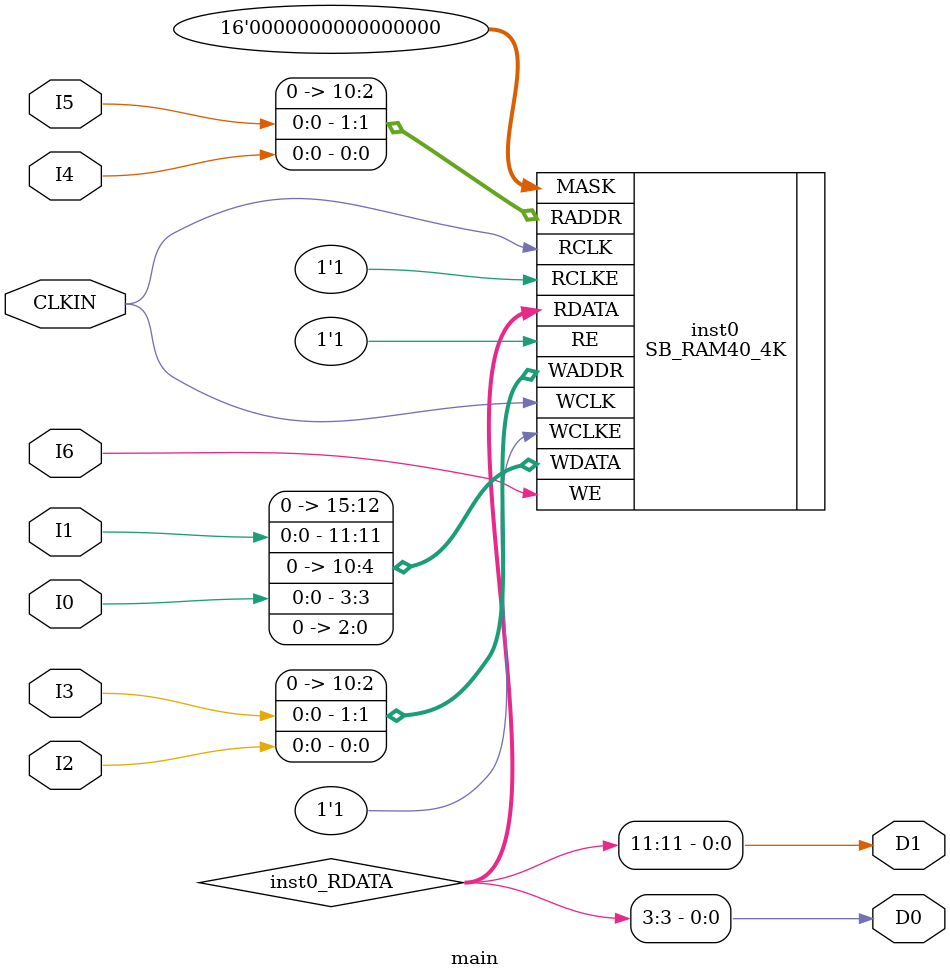
<source format=v>
module main (input  I0, input  I1, input  I2, input  I3, input  I4, input  I5, input  I6, output  D1, output  D0, input  CLKIN);
wire [15:0] inst0_RDATA;
SB_RAM40_4K #(.WRITE_MODE(3),
.READ_MODE(3),
.INIT_0(256'hFFFFFF0000FF0000FFFFFF0000FF0000FFFFFF0000FF0000FFFFFF0000FF0000),
.INIT_1(256'hFFFFFF0000FF0000FFFFFF0000FF0000FFFFFF0000FF0000FFFFFF0000FF0000),
.INIT_2(256'hFFFFFF0000FF0000FFFFFF0000FF0000FFFFFF0000FF0000FFFFFF0000FF0000),
.INIT_3(256'hFFFFFF0000FF0000FFFFFF0000FF0000FFFFFF0000FF0000FFFFFF0000FF0000),
.INIT_4(256'hFFFFFF0000FF0000FFFFFF0000FF0000FFFFFF0000FF0000FFFFFF0000FF0000),
.INIT_5(256'hFFFFFF0000FF0000FFFFFF0000FF0000FFFFFF0000FF0000FFFFFF0000FF0000),
.INIT_6(256'hFFFFFF0000FF0000FFFFFF0000FF0000FFFFFF0000FF0000FFFFFF0000FF0000),
.INIT_7(256'hFFFFFF0000FF0000FFFFFF0000FF0000FFFFFF0000FF0000FFFFFF0000FF0000),
.INIT_8(256'hFFFFFF0000FF0000FFFFFF0000FF0000FFFFFF0000FF0000FFFFFF0000FF0000),
.INIT_9(256'hFFFFFF0000FF0000FFFFFF0000FF0000FFFFFF0000FF0000FFFFFF0000FF0000),
.INIT_A(256'hFFFFFF0000FF0000FFFFFF0000FF0000FFFFFF0000FF0000FFFFFF0000FF0000),
.INIT_B(256'hFFFFFF0000FF0000FFFFFF0000FF0000FFFFFF0000FF0000FFFFFF0000FF0000),
.INIT_C(256'hFFFFFF0000FF0000FFFFFF0000FF0000FFFFFF0000FF0000FFFFFF0000FF0000),
.INIT_D(256'hFFFFFF0000FF0000FFFFFF0000FF0000FFFFFF0000FF0000FFFFFF0000FF0000),
.INIT_E(256'hFFFFFF0000FF0000FFFFFF0000FF0000FFFFFF0000FF0000FFFFFF0000FF0000),
.INIT_F(256'hFFFFFF0000FF0000FFFFFF0000FF0000FFFFFF0000FF0000FFFFFF0000FF0000)) inst0 (.RDATA(inst0_RDATA), .RADDR({1'b0,1'b0,1'b0,1'b0,1'b0,1'b0,1'b0,1'b0,1'b0,I5,I4}), .RCLK(CLKIN), .RCLKE(1'b1), .RE(1'b1), .WCLK(CLKIN), .WCLKE(1'b1), .WE(I6), .WADDR({1'b0,1'b0,1'b0,1'b0,1'b0,1'b0,1'b0,1'b0,1'b0,I3,I2}), .MASK({1'b0,1'b0,1'b0,1'b0,1'b0,1'b0,1'b0,1'b0,1'b0,1'b0,1'b0,1'b0,1'b0,1'b0,1'b0,1'b0}), .WDATA({1'b0,1'b0,1'b0,1'b0,I1,1'b0,1'b0,1'b0,1'b0,1'b0,1'b0,1'b0,I0,1'b0,1'b0,1'b0}));
assign D1 = inst0_RDATA[11];
assign D0 = inst0_RDATA[3];
endmodule


</source>
